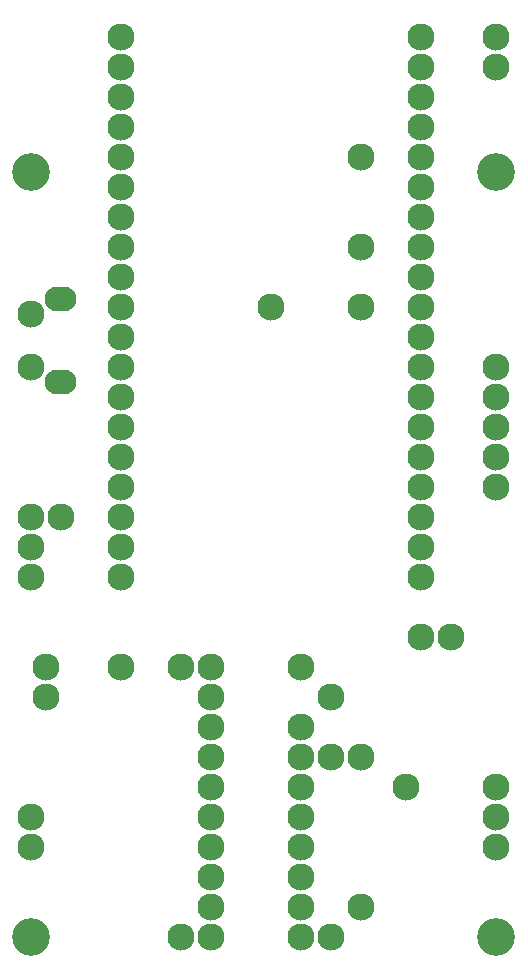
<source format=gbr>
%TF.GenerationSoftware,KiCad,Pcbnew,(5.1.6)-1*%
%TF.CreationDate,2022-12-12T10:29:10-05:00*%
%TF.ProjectId,pcb,7063622e-6b69-4636-9164-5f7063625858,rev?*%
%TF.SameCoordinates,Original*%
%TF.FileFunction,Soldermask,Bot*%
%TF.FilePolarity,Negative*%
%FSLAX46Y46*%
G04 Gerber Fmt 4.6, Leading zero omitted, Abs format (unit mm)*
G04 Created by KiCad (PCBNEW (5.1.6)-1) date 2022-12-12 10:29:10*
%MOMM*%
%LPD*%
G01*
G04 APERTURE LIST*
%ADD10C,2.300000*%
%ADD11C,2.100000*%
%ADD12C,3.200000*%
G04 APERTURE END LIST*
D10*
%TO.C,C1*%
X40640000Y30480000D03*
X38100000Y30480000D03*
%TD*%
%TO.C,C2*%
X6350000Y25400000D03*
X6350000Y27940000D03*
%TD*%
%TO.C,J1*%
X44450000Y81280000D03*
X44450000Y78740000D03*
%TD*%
%TO.C,J2*%
X44450000Y15240000D03*
X44450000Y12700000D03*
%TD*%
%TO.C,J3*%
X5080000Y12700000D03*
X5080000Y15240000D03*
%TD*%
%TO.C,J4*%
X44450000Y53340000D03*
X44450000Y50800000D03*
X44450000Y48260000D03*
X44450000Y45720000D03*
X44450000Y43180000D03*
%TD*%
%TO.C,J6*%
X5080000Y35560000D03*
X5080000Y38100000D03*
X5080000Y40640000D03*
%TD*%
%TO.C,R1*%
X33020000Y63500000D03*
X33020000Y71120000D03*
%TD*%
D11*
%TO.C,SW1*%
X7270000Y59100000D03*
D10*
X5080000Y57840000D03*
X5080000Y53340000D03*
D11*
X7270000Y52090000D03*
X7870000Y59100000D03*
X7870000Y52090000D03*
%TD*%
D10*
%TO.C,U1*%
X27940000Y5080000D03*
X20320000Y22860000D03*
X27940000Y7620000D03*
X20320000Y20320000D03*
X27940000Y10160000D03*
X20320000Y17780000D03*
X27940000Y12700000D03*
X20320000Y15240000D03*
X27940000Y15240000D03*
X20320000Y12700000D03*
X27940000Y17780000D03*
X20320000Y10160000D03*
X27940000Y20320000D03*
X20320000Y7620000D03*
X27940000Y22860000D03*
X20320000Y5080000D03*
%TD*%
%TO.C,U2*%
X38100000Y81280000D03*
X38100000Y78740000D03*
X38100000Y76200000D03*
X38100000Y73660000D03*
X38100000Y71120000D03*
X38100000Y68580000D03*
X38100000Y66040000D03*
X38100000Y63500000D03*
X38100000Y60960000D03*
X38100000Y58420000D03*
X38100000Y55880000D03*
X38100000Y53340000D03*
X38100000Y50800000D03*
X38100000Y48260000D03*
X38100000Y45720000D03*
X38100000Y43180000D03*
X38100000Y40640000D03*
X38100000Y38100000D03*
X38100000Y35560000D03*
X12700000Y35560000D03*
X12700000Y38100000D03*
X12700000Y40640000D03*
X12700000Y43180000D03*
X12700000Y45720000D03*
X12700000Y48260000D03*
X12700000Y50800000D03*
X12700000Y53340000D03*
X12700000Y55880000D03*
X12700000Y58420000D03*
X12700000Y60960000D03*
X12700000Y63500000D03*
X12700000Y66040000D03*
X12700000Y68580000D03*
X12700000Y71120000D03*
X12700000Y73660000D03*
X12700000Y76200000D03*
X12700000Y78740000D03*
X12700000Y81280000D03*
%TD*%
D12*
X5080000Y69850000D03*
X44450000Y69850000D03*
X5080000Y5080000D03*
X44450000Y5080000D03*
D10*
X7620000Y40640000D03*
X12700000Y27940000D03*
X20320000Y27940000D03*
X27940000Y27940000D03*
X17780000Y5080000D03*
X17780000Y27940000D03*
X36830000Y17780000D03*
X44450000Y17780000D03*
X20320000Y25400000D03*
X30480000Y25400000D03*
X30480000Y20320000D03*
X30480000Y5080000D03*
X33020000Y20320000D03*
X33020000Y7620000D03*
X25400000Y58420000D03*
X33020000Y58420000D03*
M02*

</source>
